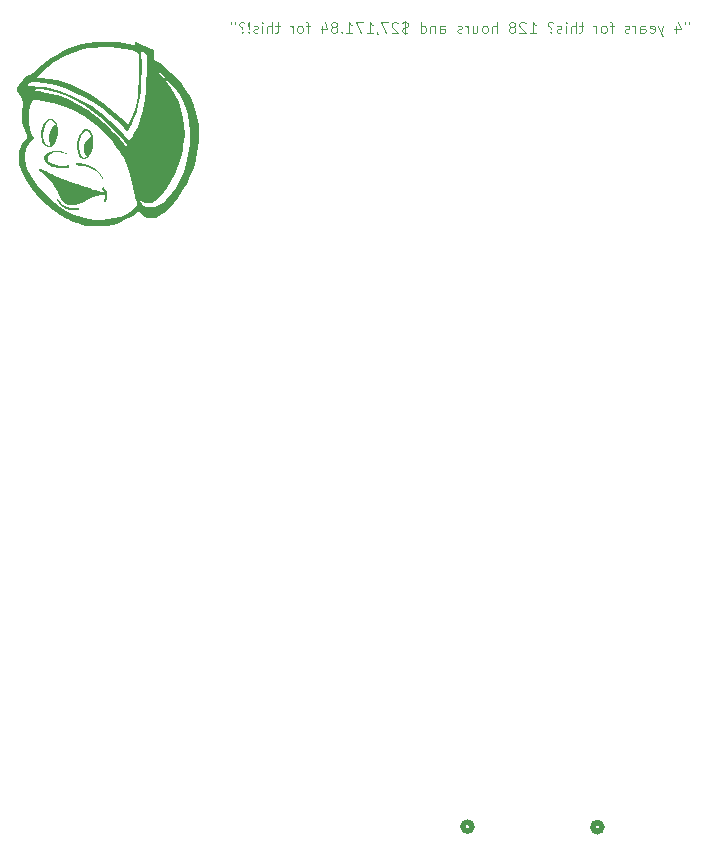
<source format=gbr>
%TF.GenerationSoftware,KiCad,Pcbnew,8.0.3*%
%TF.CreationDate,2024-10-11T11:20:33-04:00*%
%TF.ProjectId,G7 Senior Design V2,47372053-656e-4696-9f72-204465736967,rev?*%
%TF.SameCoordinates,Original*%
%TF.FileFunction,Legend,Bot*%
%TF.FilePolarity,Positive*%
%FSLAX46Y46*%
G04 Gerber Fmt 4.6, Leading zero omitted, Abs format (unit mm)*
G04 Created by KiCad (PCBNEW 8.0.3) date 2024-10-11 11:20:33*
%MOMM*%
%LPD*%
G01*
G04 APERTURE LIST*
%ADD10C,0.100000*%
%ADD11C,0.508000*%
%ADD12C,0.000000*%
%ADD13C,1.574800*%
%ADD14C,1.300000*%
%ADD15O,3.204000X1.704000*%
%ADD16O,3.404000X1.804000*%
%ADD17C,3.580000*%
G04 APERTURE END LIST*
D10*
X198762782Y-51484657D02*
X198762782Y-51656085D01*
X198419925Y-51484657D02*
X198419925Y-51656085D01*
X197648497Y-51784657D02*
X197648497Y-52384657D01*
X197862782Y-51441800D02*
X198077068Y-52084657D01*
X198077068Y-52084657D02*
X197519925Y-52084657D01*
X196577068Y-51784657D02*
X196362782Y-52384657D01*
X196148497Y-51784657D02*
X196362782Y-52384657D01*
X196362782Y-52384657D02*
X196448497Y-52598942D01*
X196448497Y-52598942D02*
X196491354Y-52641800D01*
X196491354Y-52641800D02*
X196577068Y-52684657D01*
X195462783Y-52341800D02*
X195548497Y-52384657D01*
X195548497Y-52384657D02*
X195719926Y-52384657D01*
X195719926Y-52384657D02*
X195805640Y-52341800D01*
X195805640Y-52341800D02*
X195848497Y-52256085D01*
X195848497Y-52256085D02*
X195848497Y-51913228D01*
X195848497Y-51913228D02*
X195805640Y-51827514D01*
X195805640Y-51827514D02*
X195719926Y-51784657D01*
X195719926Y-51784657D02*
X195548497Y-51784657D01*
X195548497Y-51784657D02*
X195462783Y-51827514D01*
X195462783Y-51827514D02*
X195419926Y-51913228D01*
X195419926Y-51913228D02*
X195419926Y-51998942D01*
X195419926Y-51998942D02*
X195848497Y-52084657D01*
X194648497Y-52384657D02*
X194648497Y-51913228D01*
X194648497Y-51913228D02*
X194691354Y-51827514D01*
X194691354Y-51827514D02*
X194777068Y-51784657D01*
X194777068Y-51784657D02*
X194948497Y-51784657D01*
X194948497Y-51784657D02*
X195034211Y-51827514D01*
X194648497Y-52341800D02*
X194734211Y-52384657D01*
X194734211Y-52384657D02*
X194948497Y-52384657D01*
X194948497Y-52384657D02*
X195034211Y-52341800D01*
X195034211Y-52341800D02*
X195077068Y-52256085D01*
X195077068Y-52256085D02*
X195077068Y-52170371D01*
X195077068Y-52170371D02*
X195034211Y-52084657D01*
X195034211Y-52084657D02*
X194948497Y-52041800D01*
X194948497Y-52041800D02*
X194734211Y-52041800D01*
X194734211Y-52041800D02*
X194648497Y-51998942D01*
X194219925Y-52384657D02*
X194219925Y-51784657D01*
X194219925Y-51956085D02*
X194177068Y-51870371D01*
X194177068Y-51870371D02*
X194134211Y-51827514D01*
X194134211Y-51827514D02*
X194048496Y-51784657D01*
X194048496Y-51784657D02*
X193962782Y-51784657D01*
X193705639Y-52341800D02*
X193619925Y-52384657D01*
X193619925Y-52384657D02*
X193448496Y-52384657D01*
X193448496Y-52384657D02*
X193362782Y-52341800D01*
X193362782Y-52341800D02*
X193319925Y-52256085D01*
X193319925Y-52256085D02*
X193319925Y-52213228D01*
X193319925Y-52213228D02*
X193362782Y-52127514D01*
X193362782Y-52127514D02*
X193448496Y-52084657D01*
X193448496Y-52084657D02*
X193577068Y-52084657D01*
X193577068Y-52084657D02*
X193662782Y-52041800D01*
X193662782Y-52041800D02*
X193705639Y-51956085D01*
X193705639Y-51956085D02*
X193705639Y-51913228D01*
X193705639Y-51913228D02*
X193662782Y-51827514D01*
X193662782Y-51827514D02*
X193577068Y-51784657D01*
X193577068Y-51784657D02*
X193448496Y-51784657D01*
X193448496Y-51784657D02*
X193362782Y-51827514D01*
X192377068Y-51784657D02*
X192034211Y-51784657D01*
X192248497Y-52384657D02*
X192248497Y-51613228D01*
X192248497Y-51613228D02*
X192205640Y-51527514D01*
X192205640Y-51527514D02*
X192119925Y-51484657D01*
X192119925Y-51484657D02*
X192034211Y-51484657D01*
X191605639Y-52384657D02*
X191691354Y-52341800D01*
X191691354Y-52341800D02*
X191734211Y-52298942D01*
X191734211Y-52298942D02*
X191777068Y-52213228D01*
X191777068Y-52213228D02*
X191777068Y-51956085D01*
X191777068Y-51956085D02*
X191734211Y-51870371D01*
X191734211Y-51870371D02*
X191691354Y-51827514D01*
X191691354Y-51827514D02*
X191605639Y-51784657D01*
X191605639Y-51784657D02*
X191477068Y-51784657D01*
X191477068Y-51784657D02*
X191391354Y-51827514D01*
X191391354Y-51827514D02*
X191348497Y-51870371D01*
X191348497Y-51870371D02*
X191305639Y-51956085D01*
X191305639Y-51956085D02*
X191305639Y-52213228D01*
X191305639Y-52213228D02*
X191348497Y-52298942D01*
X191348497Y-52298942D02*
X191391354Y-52341800D01*
X191391354Y-52341800D02*
X191477068Y-52384657D01*
X191477068Y-52384657D02*
X191605639Y-52384657D01*
X190919925Y-52384657D02*
X190919925Y-51784657D01*
X190919925Y-51956085D02*
X190877068Y-51870371D01*
X190877068Y-51870371D02*
X190834211Y-51827514D01*
X190834211Y-51827514D02*
X190748496Y-51784657D01*
X190748496Y-51784657D02*
X190662782Y-51784657D01*
X189805639Y-51784657D02*
X189462782Y-51784657D01*
X189677068Y-51484657D02*
X189677068Y-52256085D01*
X189677068Y-52256085D02*
X189634211Y-52341800D01*
X189634211Y-52341800D02*
X189548496Y-52384657D01*
X189548496Y-52384657D02*
X189462782Y-52384657D01*
X189162782Y-52384657D02*
X189162782Y-51484657D01*
X188777068Y-52384657D02*
X188777068Y-51913228D01*
X188777068Y-51913228D02*
X188819925Y-51827514D01*
X188819925Y-51827514D02*
X188905639Y-51784657D01*
X188905639Y-51784657D02*
X189034210Y-51784657D01*
X189034210Y-51784657D02*
X189119925Y-51827514D01*
X189119925Y-51827514D02*
X189162782Y-51870371D01*
X188348496Y-52384657D02*
X188348496Y-51784657D01*
X188348496Y-51484657D02*
X188391353Y-51527514D01*
X188391353Y-51527514D02*
X188348496Y-51570371D01*
X188348496Y-51570371D02*
X188305639Y-51527514D01*
X188305639Y-51527514D02*
X188348496Y-51484657D01*
X188348496Y-51484657D02*
X188348496Y-51570371D01*
X187962782Y-52341800D02*
X187877068Y-52384657D01*
X187877068Y-52384657D02*
X187705639Y-52384657D01*
X187705639Y-52384657D02*
X187619925Y-52341800D01*
X187619925Y-52341800D02*
X187577068Y-52256085D01*
X187577068Y-52256085D02*
X187577068Y-52213228D01*
X187577068Y-52213228D02*
X187619925Y-52127514D01*
X187619925Y-52127514D02*
X187705639Y-52084657D01*
X187705639Y-52084657D02*
X187834211Y-52084657D01*
X187834211Y-52084657D02*
X187919925Y-52041800D01*
X187919925Y-52041800D02*
X187962782Y-51956085D01*
X187962782Y-51956085D02*
X187962782Y-51913228D01*
X187962782Y-51913228D02*
X187919925Y-51827514D01*
X187919925Y-51827514D02*
X187834211Y-51784657D01*
X187834211Y-51784657D02*
X187705639Y-51784657D01*
X187705639Y-51784657D02*
X187619925Y-51827514D01*
X187062782Y-52298942D02*
X187019925Y-52341800D01*
X187019925Y-52341800D02*
X187062782Y-52384657D01*
X187062782Y-52384657D02*
X187105640Y-52341800D01*
X187105640Y-52341800D02*
X187062782Y-52298942D01*
X187062782Y-52298942D02*
X187062782Y-52384657D01*
X187234211Y-51527514D02*
X187148497Y-51484657D01*
X187148497Y-51484657D02*
X186934211Y-51484657D01*
X186934211Y-51484657D02*
X186848497Y-51527514D01*
X186848497Y-51527514D02*
X186805640Y-51613228D01*
X186805640Y-51613228D02*
X186805640Y-51698942D01*
X186805640Y-51698942D02*
X186848497Y-51784657D01*
X186848497Y-51784657D02*
X186891354Y-51827514D01*
X186891354Y-51827514D02*
X186977068Y-51870371D01*
X186977068Y-51870371D02*
X187019925Y-51913228D01*
X187019925Y-51913228D02*
X187062782Y-51998942D01*
X187062782Y-51998942D02*
X187062782Y-52041800D01*
X185262782Y-52384657D02*
X185777068Y-52384657D01*
X185519925Y-52384657D02*
X185519925Y-51484657D01*
X185519925Y-51484657D02*
X185605639Y-51613228D01*
X185605639Y-51613228D02*
X185691354Y-51698942D01*
X185691354Y-51698942D02*
X185777068Y-51741800D01*
X184919925Y-51570371D02*
X184877068Y-51527514D01*
X184877068Y-51527514D02*
X184791354Y-51484657D01*
X184791354Y-51484657D02*
X184577068Y-51484657D01*
X184577068Y-51484657D02*
X184491354Y-51527514D01*
X184491354Y-51527514D02*
X184448496Y-51570371D01*
X184448496Y-51570371D02*
X184405639Y-51656085D01*
X184405639Y-51656085D02*
X184405639Y-51741800D01*
X184405639Y-51741800D02*
X184448496Y-51870371D01*
X184448496Y-51870371D02*
X184962782Y-52384657D01*
X184962782Y-52384657D02*
X184405639Y-52384657D01*
X183891353Y-51870371D02*
X183977068Y-51827514D01*
X183977068Y-51827514D02*
X184019925Y-51784657D01*
X184019925Y-51784657D02*
X184062782Y-51698942D01*
X184062782Y-51698942D02*
X184062782Y-51656085D01*
X184062782Y-51656085D02*
X184019925Y-51570371D01*
X184019925Y-51570371D02*
X183977068Y-51527514D01*
X183977068Y-51527514D02*
X183891353Y-51484657D01*
X183891353Y-51484657D02*
X183719925Y-51484657D01*
X183719925Y-51484657D02*
X183634211Y-51527514D01*
X183634211Y-51527514D02*
X183591353Y-51570371D01*
X183591353Y-51570371D02*
X183548496Y-51656085D01*
X183548496Y-51656085D02*
X183548496Y-51698942D01*
X183548496Y-51698942D02*
X183591353Y-51784657D01*
X183591353Y-51784657D02*
X183634211Y-51827514D01*
X183634211Y-51827514D02*
X183719925Y-51870371D01*
X183719925Y-51870371D02*
X183891353Y-51870371D01*
X183891353Y-51870371D02*
X183977068Y-51913228D01*
X183977068Y-51913228D02*
X184019925Y-51956085D01*
X184019925Y-51956085D02*
X184062782Y-52041800D01*
X184062782Y-52041800D02*
X184062782Y-52213228D01*
X184062782Y-52213228D02*
X184019925Y-52298942D01*
X184019925Y-52298942D02*
X183977068Y-52341800D01*
X183977068Y-52341800D02*
X183891353Y-52384657D01*
X183891353Y-52384657D02*
X183719925Y-52384657D01*
X183719925Y-52384657D02*
X183634211Y-52341800D01*
X183634211Y-52341800D02*
X183591353Y-52298942D01*
X183591353Y-52298942D02*
X183548496Y-52213228D01*
X183548496Y-52213228D02*
X183548496Y-52041800D01*
X183548496Y-52041800D02*
X183591353Y-51956085D01*
X183591353Y-51956085D02*
X183634211Y-51913228D01*
X183634211Y-51913228D02*
X183719925Y-51870371D01*
X182477068Y-52384657D02*
X182477068Y-51484657D01*
X182091354Y-52384657D02*
X182091354Y-51913228D01*
X182091354Y-51913228D02*
X182134211Y-51827514D01*
X182134211Y-51827514D02*
X182219925Y-51784657D01*
X182219925Y-51784657D02*
X182348496Y-51784657D01*
X182348496Y-51784657D02*
X182434211Y-51827514D01*
X182434211Y-51827514D02*
X182477068Y-51870371D01*
X181534210Y-52384657D02*
X181619925Y-52341800D01*
X181619925Y-52341800D02*
X181662782Y-52298942D01*
X181662782Y-52298942D02*
X181705639Y-52213228D01*
X181705639Y-52213228D02*
X181705639Y-51956085D01*
X181705639Y-51956085D02*
X181662782Y-51870371D01*
X181662782Y-51870371D02*
X181619925Y-51827514D01*
X181619925Y-51827514D02*
X181534210Y-51784657D01*
X181534210Y-51784657D02*
X181405639Y-51784657D01*
X181405639Y-51784657D02*
X181319925Y-51827514D01*
X181319925Y-51827514D02*
X181277068Y-51870371D01*
X181277068Y-51870371D02*
X181234210Y-51956085D01*
X181234210Y-51956085D02*
X181234210Y-52213228D01*
X181234210Y-52213228D02*
X181277068Y-52298942D01*
X181277068Y-52298942D02*
X181319925Y-52341800D01*
X181319925Y-52341800D02*
X181405639Y-52384657D01*
X181405639Y-52384657D02*
X181534210Y-52384657D01*
X180462782Y-51784657D02*
X180462782Y-52384657D01*
X180848496Y-51784657D02*
X180848496Y-52256085D01*
X180848496Y-52256085D02*
X180805639Y-52341800D01*
X180805639Y-52341800D02*
X180719924Y-52384657D01*
X180719924Y-52384657D02*
X180591353Y-52384657D01*
X180591353Y-52384657D02*
X180505639Y-52341800D01*
X180505639Y-52341800D02*
X180462782Y-52298942D01*
X180034210Y-52384657D02*
X180034210Y-51784657D01*
X180034210Y-51956085D02*
X179991353Y-51870371D01*
X179991353Y-51870371D02*
X179948496Y-51827514D01*
X179948496Y-51827514D02*
X179862781Y-51784657D01*
X179862781Y-51784657D02*
X179777067Y-51784657D01*
X179519924Y-52341800D02*
X179434210Y-52384657D01*
X179434210Y-52384657D02*
X179262781Y-52384657D01*
X179262781Y-52384657D02*
X179177067Y-52341800D01*
X179177067Y-52341800D02*
X179134210Y-52256085D01*
X179134210Y-52256085D02*
X179134210Y-52213228D01*
X179134210Y-52213228D02*
X179177067Y-52127514D01*
X179177067Y-52127514D02*
X179262781Y-52084657D01*
X179262781Y-52084657D02*
X179391353Y-52084657D01*
X179391353Y-52084657D02*
X179477067Y-52041800D01*
X179477067Y-52041800D02*
X179519924Y-51956085D01*
X179519924Y-51956085D02*
X179519924Y-51913228D01*
X179519924Y-51913228D02*
X179477067Y-51827514D01*
X179477067Y-51827514D02*
X179391353Y-51784657D01*
X179391353Y-51784657D02*
X179262781Y-51784657D01*
X179262781Y-51784657D02*
X179177067Y-51827514D01*
X177677068Y-52384657D02*
X177677068Y-51913228D01*
X177677068Y-51913228D02*
X177719925Y-51827514D01*
X177719925Y-51827514D02*
X177805639Y-51784657D01*
X177805639Y-51784657D02*
X177977068Y-51784657D01*
X177977068Y-51784657D02*
X178062782Y-51827514D01*
X177677068Y-52341800D02*
X177762782Y-52384657D01*
X177762782Y-52384657D02*
X177977068Y-52384657D01*
X177977068Y-52384657D02*
X178062782Y-52341800D01*
X178062782Y-52341800D02*
X178105639Y-52256085D01*
X178105639Y-52256085D02*
X178105639Y-52170371D01*
X178105639Y-52170371D02*
X178062782Y-52084657D01*
X178062782Y-52084657D02*
X177977068Y-52041800D01*
X177977068Y-52041800D02*
X177762782Y-52041800D01*
X177762782Y-52041800D02*
X177677068Y-51998942D01*
X177248496Y-51784657D02*
X177248496Y-52384657D01*
X177248496Y-51870371D02*
X177205639Y-51827514D01*
X177205639Y-51827514D02*
X177119924Y-51784657D01*
X177119924Y-51784657D02*
X176991353Y-51784657D01*
X176991353Y-51784657D02*
X176905639Y-51827514D01*
X176905639Y-51827514D02*
X176862782Y-51913228D01*
X176862782Y-51913228D02*
X176862782Y-52384657D01*
X176048496Y-52384657D02*
X176048496Y-51484657D01*
X176048496Y-52341800D02*
X176134210Y-52384657D01*
X176134210Y-52384657D02*
X176305638Y-52384657D01*
X176305638Y-52384657D02*
X176391353Y-52341800D01*
X176391353Y-52341800D02*
X176434210Y-52298942D01*
X176434210Y-52298942D02*
X176477067Y-52213228D01*
X176477067Y-52213228D02*
X176477067Y-51956085D01*
X176477067Y-51956085D02*
X176434210Y-51870371D01*
X176434210Y-51870371D02*
X176391353Y-51827514D01*
X176391353Y-51827514D02*
X176305638Y-51784657D01*
X176305638Y-51784657D02*
X176134210Y-51784657D01*
X176134210Y-51784657D02*
X176048496Y-51827514D01*
X174977067Y-52341800D02*
X174848496Y-52384657D01*
X174848496Y-52384657D02*
X174634210Y-52384657D01*
X174634210Y-52384657D02*
X174548496Y-52341800D01*
X174548496Y-52341800D02*
X174505638Y-52298942D01*
X174505638Y-52298942D02*
X174462781Y-52213228D01*
X174462781Y-52213228D02*
X174462781Y-52127514D01*
X174462781Y-52127514D02*
X174505638Y-52041800D01*
X174505638Y-52041800D02*
X174548496Y-51998942D01*
X174548496Y-51998942D02*
X174634210Y-51956085D01*
X174634210Y-51956085D02*
X174805638Y-51913228D01*
X174805638Y-51913228D02*
X174891353Y-51870371D01*
X174891353Y-51870371D02*
X174934210Y-51827514D01*
X174934210Y-51827514D02*
X174977067Y-51741800D01*
X174977067Y-51741800D02*
X174977067Y-51656085D01*
X174977067Y-51656085D02*
X174934210Y-51570371D01*
X174934210Y-51570371D02*
X174891353Y-51527514D01*
X174891353Y-51527514D02*
X174805638Y-51484657D01*
X174805638Y-51484657D02*
X174591353Y-51484657D01*
X174591353Y-51484657D02*
X174462781Y-51527514D01*
X174719924Y-51356085D02*
X174719924Y-52513228D01*
X174119924Y-51570371D02*
X174077067Y-51527514D01*
X174077067Y-51527514D02*
X173991353Y-51484657D01*
X173991353Y-51484657D02*
X173777067Y-51484657D01*
X173777067Y-51484657D02*
X173691353Y-51527514D01*
X173691353Y-51527514D02*
X173648495Y-51570371D01*
X173648495Y-51570371D02*
X173605638Y-51656085D01*
X173605638Y-51656085D02*
X173605638Y-51741800D01*
X173605638Y-51741800D02*
X173648495Y-51870371D01*
X173648495Y-51870371D02*
X174162781Y-52384657D01*
X174162781Y-52384657D02*
X173605638Y-52384657D01*
X173305638Y-51484657D02*
X172705638Y-51484657D01*
X172705638Y-51484657D02*
X173091352Y-52384657D01*
X172319924Y-52341800D02*
X172319924Y-52384657D01*
X172319924Y-52384657D02*
X172362781Y-52470371D01*
X172362781Y-52470371D02*
X172405638Y-52513228D01*
X171462781Y-52384657D02*
X171977067Y-52384657D01*
X171719924Y-52384657D02*
X171719924Y-51484657D01*
X171719924Y-51484657D02*
X171805638Y-51613228D01*
X171805638Y-51613228D02*
X171891353Y-51698942D01*
X171891353Y-51698942D02*
X171977067Y-51741800D01*
X171162781Y-51484657D02*
X170562781Y-51484657D01*
X170562781Y-51484657D02*
X170948495Y-52384657D01*
X169748495Y-52384657D02*
X170262781Y-52384657D01*
X170005638Y-52384657D02*
X170005638Y-51484657D01*
X170005638Y-51484657D02*
X170091352Y-51613228D01*
X170091352Y-51613228D02*
X170177067Y-51698942D01*
X170177067Y-51698942D02*
X170262781Y-51741800D01*
X169362781Y-52298942D02*
X169319924Y-52341800D01*
X169319924Y-52341800D02*
X169362781Y-52384657D01*
X169362781Y-52384657D02*
X169405638Y-52341800D01*
X169405638Y-52341800D02*
X169362781Y-52298942D01*
X169362781Y-52298942D02*
X169362781Y-52384657D01*
X168805638Y-51870371D02*
X168891353Y-51827514D01*
X168891353Y-51827514D02*
X168934210Y-51784657D01*
X168934210Y-51784657D02*
X168977067Y-51698942D01*
X168977067Y-51698942D02*
X168977067Y-51656085D01*
X168977067Y-51656085D02*
X168934210Y-51570371D01*
X168934210Y-51570371D02*
X168891353Y-51527514D01*
X168891353Y-51527514D02*
X168805638Y-51484657D01*
X168805638Y-51484657D02*
X168634210Y-51484657D01*
X168634210Y-51484657D02*
X168548496Y-51527514D01*
X168548496Y-51527514D02*
X168505638Y-51570371D01*
X168505638Y-51570371D02*
X168462781Y-51656085D01*
X168462781Y-51656085D02*
X168462781Y-51698942D01*
X168462781Y-51698942D02*
X168505638Y-51784657D01*
X168505638Y-51784657D02*
X168548496Y-51827514D01*
X168548496Y-51827514D02*
X168634210Y-51870371D01*
X168634210Y-51870371D02*
X168805638Y-51870371D01*
X168805638Y-51870371D02*
X168891353Y-51913228D01*
X168891353Y-51913228D02*
X168934210Y-51956085D01*
X168934210Y-51956085D02*
X168977067Y-52041800D01*
X168977067Y-52041800D02*
X168977067Y-52213228D01*
X168977067Y-52213228D02*
X168934210Y-52298942D01*
X168934210Y-52298942D02*
X168891353Y-52341800D01*
X168891353Y-52341800D02*
X168805638Y-52384657D01*
X168805638Y-52384657D02*
X168634210Y-52384657D01*
X168634210Y-52384657D02*
X168548496Y-52341800D01*
X168548496Y-52341800D02*
X168505638Y-52298942D01*
X168505638Y-52298942D02*
X168462781Y-52213228D01*
X168462781Y-52213228D02*
X168462781Y-52041800D01*
X168462781Y-52041800D02*
X168505638Y-51956085D01*
X168505638Y-51956085D02*
X168548496Y-51913228D01*
X168548496Y-51913228D02*
X168634210Y-51870371D01*
X167691353Y-51784657D02*
X167691353Y-52384657D01*
X167905638Y-51441800D02*
X168119924Y-52084657D01*
X168119924Y-52084657D02*
X167562781Y-52084657D01*
X166662781Y-51784657D02*
X166319924Y-51784657D01*
X166534210Y-52384657D02*
X166534210Y-51613228D01*
X166534210Y-51613228D02*
X166491353Y-51527514D01*
X166491353Y-51527514D02*
X166405638Y-51484657D01*
X166405638Y-51484657D02*
X166319924Y-51484657D01*
X165891352Y-52384657D02*
X165977067Y-52341800D01*
X165977067Y-52341800D02*
X166019924Y-52298942D01*
X166019924Y-52298942D02*
X166062781Y-52213228D01*
X166062781Y-52213228D02*
X166062781Y-51956085D01*
X166062781Y-51956085D02*
X166019924Y-51870371D01*
X166019924Y-51870371D02*
X165977067Y-51827514D01*
X165977067Y-51827514D02*
X165891352Y-51784657D01*
X165891352Y-51784657D02*
X165762781Y-51784657D01*
X165762781Y-51784657D02*
X165677067Y-51827514D01*
X165677067Y-51827514D02*
X165634210Y-51870371D01*
X165634210Y-51870371D02*
X165591352Y-51956085D01*
X165591352Y-51956085D02*
X165591352Y-52213228D01*
X165591352Y-52213228D02*
X165634210Y-52298942D01*
X165634210Y-52298942D02*
X165677067Y-52341800D01*
X165677067Y-52341800D02*
X165762781Y-52384657D01*
X165762781Y-52384657D02*
X165891352Y-52384657D01*
X165205638Y-52384657D02*
X165205638Y-51784657D01*
X165205638Y-51956085D02*
X165162781Y-51870371D01*
X165162781Y-51870371D02*
X165119924Y-51827514D01*
X165119924Y-51827514D02*
X165034209Y-51784657D01*
X165034209Y-51784657D02*
X164948495Y-51784657D01*
X164091352Y-51784657D02*
X163748495Y-51784657D01*
X163962781Y-51484657D02*
X163962781Y-52256085D01*
X163962781Y-52256085D02*
X163919924Y-52341800D01*
X163919924Y-52341800D02*
X163834209Y-52384657D01*
X163834209Y-52384657D02*
X163748495Y-52384657D01*
X163448495Y-52384657D02*
X163448495Y-51484657D01*
X163062781Y-52384657D02*
X163062781Y-51913228D01*
X163062781Y-51913228D02*
X163105638Y-51827514D01*
X163105638Y-51827514D02*
X163191352Y-51784657D01*
X163191352Y-51784657D02*
X163319923Y-51784657D01*
X163319923Y-51784657D02*
X163405638Y-51827514D01*
X163405638Y-51827514D02*
X163448495Y-51870371D01*
X162634209Y-52384657D02*
X162634209Y-51784657D01*
X162634209Y-51484657D02*
X162677066Y-51527514D01*
X162677066Y-51527514D02*
X162634209Y-51570371D01*
X162634209Y-51570371D02*
X162591352Y-51527514D01*
X162591352Y-51527514D02*
X162634209Y-51484657D01*
X162634209Y-51484657D02*
X162634209Y-51570371D01*
X162248495Y-52341800D02*
X162162781Y-52384657D01*
X162162781Y-52384657D02*
X161991352Y-52384657D01*
X161991352Y-52384657D02*
X161905638Y-52341800D01*
X161905638Y-52341800D02*
X161862781Y-52256085D01*
X161862781Y-52256085D02*
X161862781Y-52213228D01*
X161862781Y-52213228D02*
X161905638Y-52127514D01*
X161905638Y-52127514D02*
X161991352Y-52084657D01*
X161991352Y-52084657D02*
X162119924Y-52084657D01*
X162119924Y-52084657D02*
X162205638Y-52041800D01*
X162205638Y-52041800D02*
X162248495Y-51956085D01*
X162248495Y-51956085D02*
X162248495Y-51913228D01*
X162248495Y-51913228D02*
X162205638Y-51827514D01*
X162205638Y-51827514D02*
X162119924Y-51784657D01*
X162119924Y-51784657D02*
X161991352Y-51784657D01*
X161991352Y-51784657D02*
X161905638Y-51827514D01*
X161477067Y-52298942D02*
X161434210Y-52341800D01*
X161434210Y-52341800D02*
X161477067Y-52384657D01*
X161477067Y-52384657D02*
X161519924Y-52341800D01*
X161519924Y-52341800D02*
X161477067Y-52298942D01*
X161477067Y-52298942D02*
X161477067Y-52384657D01*
X161477067Y-52041800D02*
X161519924Y-51527514D01*
X161519924Y-51527514D02*
X161477067Y-51484657D01*
X161477067Y-51484657D02*
X161434210Y-51527514D01*
X161434210Y-51527514D02*
X161477067Y-52041800D01*
X161477067Y-52041800D02*
X161477067Y-51484657D01*
X160919924Y-52298942D02*
X160877067Y-52341800D01*
X160877067Y-52341800D02*
X160919924Y-52384657D01*
X160919924Y-52384657D02*
X160962782Y-52341800D01*
X160962782Y-52341800D02*
X160919924Y-52298942D01*
X160919924Y-52298942D02*
X160919924Y-52384657D01*
X161091353Y-51527514D02*
X161005639Y-51484657D01*
X161005639Y-51484657D02*
X160791353Y-51484657D01*
X160791353Y-51484657D02*
X160705639Y-51527514D01*
X160705639Y-51527514D02*
X160662782Y-51613228D01*
X160662782Y-51613228D02*
X160662782Y-51698942D01*
X160662782Y-51698942D02*
X160705639Y-51784657D01*
X160705639Y-51784657D02*
X160748496Y-51827514D01*
X160748496Y-51827514D02*
X160834210Y-51870371D01*
X160834210Y-51870371D02*
X160877067Y-51913228D01*
X160877067Y-51913228D02*
X160919924Y-51998942D01*
X160919924Y-51998942D02*
X160919924Y-52041800D01*
X160319924Y-51484657D02*
X160319924Y-51656085D01*
X159977067Y-51484657D02*
X159977067Y-51656085D01*
D11*
%TO.C,J3*%
X191381000Y-119646000D02*
G75*
G02*
X190619000Y-119646000I-381000J0D01*
G01*
X190619000Y-119646000D02*
G75*
G02*
X191381000Y-119646000I381000J0D01*
G01*
%TO.C,J4*%
X180381000Y-119606000D02*
G75*
G02*
X179619000Y-119606000I-381000J0D01*
G01*
X179619000Y-119606000D02*
G75*
G02*
X180381000Y-119606000I381000J0D01*
G01*
D12*
%TO.C,G\u002A\u002A\u002A*%
G36*
X147199443Y-63459000D02*
G01*
X147533893Y-63508473D01*
X147904108Y-63608403D01*
X148225547Y-63746814D01*
X148228734Y-63748536D01*
X148412904Y-63868221D01*
X148610392Y-64028902D01*
X148800340Y-64210650D01*
X148961889Y-64393536D01*
X149074180Y-64557632D01*
X149075139Y-64559391D01*
X149140206Y-64685885D01*
X149162797Y-64746345D01*
X149144867Y-64741290D01*
X149088373Y-64671239D01*
X148995271Y-64536710D01*
X148932444Y-64449485D01*
X148692083Y-64200816D01*
X148392525Y-63991355D01*
X148044549Y-63826549D01*
X147658932Y-63711846D01*
X147246451Y-63652695D01*
X147083668Y-63640294D01*
X146978164Y-63626916D01*
X146922082Y-63607622D01*
X146899850Y-63576936D01*
X146895899Y-63529379D01*
X146895899Y-63430600D01*
X147199443Y-63459000D01*
G37*
G36*
X145350980Y-66455859D02*
G01*
X145405295Y-66537852D01*
X145479955Y-66658301D01*
X145607071Y-66806312D01*
X145757521Y-66945977D01*
X145906936Y-67052306D01*
X146122277Y-67150862D01*
X146444093Y-67222764D01*
X146801545Y-67225889D01*
X146860624Y-67221037D01*
X146988769Y-67213482D01*
X147059605Y-67218433D01*
X147089848Y-67238820D01*
X147096215Y-67277577D01*
X147084630Y-67322623D01*
X147026104Y-67372426D01*
X147017034Y-67374357D01*
X146931654Y-67383297D01*
X146796171Y-67390448D01*
X146635489Y-67394410D01*
X146310408Y-67367861D01*
X146003286Y-67272292D01*
X145723792Y-67104716D01*
X145645560Y-67038056D01*
X145531606Y-66921111D01*
X145424025Y-66791920D01*
X145335627Y-66667447D01*
X145279218Y-66564654D01*
X145267606Y-66500506D01*
X145300841Y-66449768D01*
X145350980Y-66455859D01*
G37*
G36*
X145543779Y-62404500D02*
G01*
X145824212Y-62477397D01*
X145838452Y-62482571D01*
X145968063Y-62534236D01*
X146059815Y-62578901D01*
X146094637Y-62607397D01*
X146094691Y-62618636D01*
X146089313Y-62632401D01*
X146064438Y-62635320D01*
X146005443Y-62625521D01*
X145897702Y-62601132D01*
X145726592Y-62560280D01*
X145515526Y-62515094D01*
X145288665Y-62485914D01*
X145095642Y-62489320D01*
X144914656Y-62524346D01*
X144889717Y-62531866D01*
X144719202Y-62619432D01*
X144585042Y-62749910D01*
X144497191Y-62906366D01*
X144465602Y-63071864D01*
X144500229Y-63229469D01*
X144503891Y-63236749D01*
X144600854Y-63346575D01*
X144761418Y-63445385D01*
X144970367Y-63529746D01*
X145212486Y-63596228D01*
X145472558Y-63641398D01*
X145735367Y-63661824D01*
X145985696Y-63654075D01*
X146208330Y-63614718D01*
X146243862Y-63606214D01*
X146288086Y-63616149D01*
X146288456Y-63684158D01*
X146251416Y-63762615D01*
X146154732Y-63805010D01*
X146099858Y-63814266D01*
X145928136Y-63828882D01*
X145716008Y-63834194D01*
X145490799Y-63830423D01*
X145279833Y-63817791D01*
X145110434Y-63796521D01*
X145101943Y-63794935D01*
X144869508Y-63728983D01*
X144639193Y-63626009D01*
X144436965Y-63499693D01*
X144288794Y-63363714D01*
X144230487Y-63278299D01*
X144173845Y-63102729D01*
X144188377Y-62923680D01*
X144269931Y-62752349D01*
X144414354Y-62599929D01*
X144617492Y-62477618D01*
X144695525Y-62447099D01*
X144953954Y-62389356D01*
X145245200Y-62375154D01*
X145543779Y-62404500D01*
G37*
G36*
X145273690Y-60234451D02*
G01*
X145303320Y-60465115D01*
X145311281Y-60760000D01*
X145300872Y-61040021D01*
X145263933Y-61299637D01*
X145194626Y-61515285D01*
X145087072Y-61704568D01*
X144935387Y-61885090D01*
X144934634Y-61885870D01*
X144827829Y-61991124D01*
X144747300Y-62049531D01*
X144667021Y-62074641D01*
X144560968Y-62080000D01*
X144476464Y-62073151D01*
X144295160Y-62003549D01*
X144141446Y-61860753D01*
X144018228Y-61647082D01*
X143940852Y-61402569D01*
X143904460Y-61115988D01*
X143910360Y-60924498D01*
X144099493Y-60924498D01*
X144102773Y-61203286D01*
X144140509Y-61461718D01*
X144213529Y-61682916D01*
X144322659Y-61850000D01*
X144421902Y-61928006D01*
X144559704Y-61960000D01*
X144620016Y-61957868D01*
X144678951Y-61937131D01*
X144681080Y-61881273D01*
X144632581Y-61774572D01*
X144621308Y-61751108D01*
X144575884Y-61576877D01*
X144567408Y-61361722D01*
X144591440Y-61122888D01*
X144643541Y-60877618D01*
X144719271Y-60643156D01*
X144814192Y-60436747D01*
X144923863Y-60275634D01*
X145043845Y-60177062D01*
X145131546Y-60133407D01*
X145032031Y-59996703D01*
X144997986Y-59955137D01*
X144872488Y-59852883D01*
X144732430Y-59793534D01*
X144605107Y-59790288D01*
X144585025Y-59798318D01*
X144504491Y-59854908D01*
X144416156Y-59941370D01*
X144414402Y-59943372D01*
X144288125Y-60134792D01*
X144192996Y-60373372D01*
X144129843Y-60642234D01*
X144099493Y-60924498D01*
X143910360Y-60924498D01*
X143913575Y-60820130D01*
X143964555Y-60529281D01*
X144053756Y-60257725D01*
X144177537Y-60019749D01*
X144332255Y-59829637D01*
X144514267Y-59701675D01*
X144527590Y-59695563D01*
X144697347Y-59655744D01*
X144863337Y-59691935D01*
X145033341Y-59805694D01*
X145133326Y-59910528D01*
X145218366Y-60054194D01*
X145242678Y-60133407D01*
X145273690Y-60234451D01*
G37*
G36*
X148324634Y-61459407D02*
G01*
X148326643Y-61796957D01*
X148268282Y-62185590D01*
X148141679Y-62535042D01*
X148086163Y-62644719D01*
X147991672Y-62802149D01*
X147894693Y-62916964D01*
X147778389Y-63011230D01*
X147760604Y-63022880D01*
X147604987Y-63076219D01*
X147440933Y-63058353D01*
X147283129Y-62973581D01*
X147146262Y-62826202D01*
X147109284Y-62760885D01*
X147045149Y-62597170D01*
X146990089Y-62398082D01*
X146951443Y-62192253D01*
X146936555Y-62008313D01*
X146936662Y-62003081D01*
X147136278Y-62003081D01*
X147144057Y-62150656D01*
X147177812Y-62367846D01*
X147232294Y-62576151D01*
X147300926Y-62751869D01*
X147377135Y-62871297D01*
X147438519Y-62921270D01*
X147569276Y-62956765D01*
X147706984Y-62916904D01*
X147746777Y-62889275D01*
X147749206Y-62853578D01*
X147696680Y-62790269D01*
X147604027Y-62645025D01*
X147548186Y-62442848D01*
X147536338Y-62212333D01*
X147564909Y-61970976D01*
X147630326Y-61736272D01*
X147729013Y-61525715D01*
X147857399Y-61356802D01*
X148011910Y-61247027D01*
X148165400Y-61178415D01*
X148111412Y-61019207D01*
X148067809Y-60922754D01*
X147982539Y-60801984D01*
X147885728Y-60714019D01*
X147796970Y-60680000D01*
X147786074Y-60680246D01*
X147648199Y-60724122D01*
X147515751Y-60835567D01*
X147394483Y-61003060D01*
X147290148Y-61215080D01*
X147208500Y-61460104D01*
X147155292Y-61726612D01*
X147136278Y-62003081D01*
X146936662Y-62003081D01*
X146937645Y-61955134D01*
X146964394Y-61714209D01*
X147020579Y-61449347D01*
X147097708Y-61195162D01*
X147187291Y-60986267D01*
X147330434Y-60769667D01*
X147487241Y-60624441D01*
X147648813Y-60551191D01*
X147808119Y-60546992D01*
X147958131Y-60608919D01*
X148091818Y-60734049D01*
X148202151Y-60919456D01*
X148282099Y-61162217D01*
X148284417Y-61178415D01*
X148324634Y-61459407D01*
G37*
G36*
X143823891Y-63912536D02*
G01*
X143922285Y-63947313D01*
X144070333Y-64011498D01*
X144278805Y-64108739D01*
X144301251Y-64119366D01*
X144545153Y-64232508D01*
X144826525Y-64359769D01*
X145112301Y-64486334D01*
X145369413Y-64597387D01*
X145514716Y-64658921D01*
X145756708Y-64760422D01*
X145972475Y-64849102D01*
X146187337Y-64935172D01*
X146426610Y-65028842D01*
X146715615Y-65140325D01*
X146820605Y-65178029D01*
X146989798Y-65235549D01*
X147208586Y-65308123D01*
X147463402Y-65391389D01*
X147740680Y-65480987D01*
X148026855Y-65572553D01*
X148308359Y-65661728D01*
X148571629Y-65744149D01*
X148803096Y-65815456D01*
X148989196Y-65871285D01*
X149118790Y-65906368D01*
X149220137Y-65920115D01*
X149256976Y-65894598D01*
X149234891Y-65824325D01*
X149159464Y-65703805D01*
X149154367Y-65696309D01*
X149089615Y-65598471D01*
X149066718Y-65544427D01*
X149083603Y-65512412D01*
X149138195Y-65480661D01*
X149173152Y-65466512D01*
X149216931Y-65475636D01*
X149266062Y-65531182D01*
X149335651Y-65645782D01*
X149339320Y-65652238D01*
X149448994Y-65913794D01*
X149488381Y-66192546D01*
X149459488Y-66502377D01*
X149458894Y-66505516D01*
X149429975Y-66643297D01*
X149402400Y-66719885D01*
X149365976Y-66752909D01*
X149310507Y-66760000D01*
X149275868Y-66758809D01*
X149229185Y-66736819D01*
X149236386Y-66670000D01*
X149246488Y-66627983D01*
X149267734Y-66509175D01*
X149286727Y-66370000D01*
X149310895Y-66160000D01*
X149031865Y-66160000D01*
X148918938Y-66165069D01*
X148614961Y-66217779D01*
X148284892Y-66322534D01*
X147946869Y-66472885D01*
X147619031Y-66662381D01*
X147544099Y-66707014D01*
X147323063Y-66809440D01*
X147069187Y-66896422D01*
X146815773Y-66955795D01*
X146591175Y-66979370D01*
X146295034Y-66954473D01*
X146034749Y-66858685D01*
X145809161Y-66691310D01*
X145617112Y-66451652D01*
X145457445Y-66139014D01*
X145349347Y-65890330D01*
X145203277Y-65603879D01*
X145036614Y-65337004D01*
X144829762Y-65055889D01*
X144558624Y-64736995D01*
X144268152Y-64457939D01*
X143929262Y-64191074D01*
X143815206Y-64107760D01*
X143736645Y-64044656D01*
X143703052Y-64002154D01*
X143703873Y-63966127D01*
X143728551Y-63922448D01*
X143732974Y-63916622D01*
X143764377Y-63903521D01*
X143823891Y-63912536D01*
G37*
G36*
X153836830Y-54883069D02*
G01*
X153965454Y-54970168D01*
X154222584Y-55153709D01*
X154457547Y-55337725D01*
X154688529Y-55537612D01*
X154933714Y-55768763D01*
X155211287Y-56046571D01*
X155631836Y-56509587D01*
X156102468Y-57129651D01*
X156502121Y-57786002D01*
X156831701Y-58480000D01*
X156884643Y-58622247D01*
X156964395Y-58880874D01*
X157044488Y-59185713D01*
X157120494Y-59517066D01*
X157187988Y-59855234D01*
X157242539Y-60180521D01*
X157279723Y-60473229D01*
X157287111Y-60555768D01*
X157302260Y-61011683D01*
X157300660Y-61050931D01*
X157281788Y-61513710D01*
X157228186Y-62041801D01*
X157143944Y-62575908D01*
X157031555Y-63095983D01*
X156893507Y-63581978D01*
X156810587Y-63828852D01*
X156536911Y-64537201D01*
X156225963Y-65190168D01*
X155870103Y-65802733D01*
X155461693Y-66389878D01*
X155117968Y-66824991D01*
X154775312Y-67213863D01*
X154453360Y-67530903D01*
X154153250Y-67775090D01*
X153876122Y-67945399D01*
X153623114Y-68040810D01*
X153457070Y-68066163D01*
X153251545Y-68073592D01*
X153042788Y-68062444D01*
X152858175Y-68034252D01*
X152725079Y-67990548D01*
X152723962Y-67989965D01*
X152633287Y-67930387D01*
X152511944Y-67835287D01*
X152385875Y-67724976D01*
X152333538Y-67676725D01*
X152238396Y-67594379D01*
X152176656Y-67556539D01*
X152131322Y-67555123D01*
X152085402Y-67582046D01*
X151662817Y-67873149D01*
X151097918Y-68199378D01*
X150526093Y-68461323D01*
X149956886Y-68654743D01*
X149399842Y-68775395D01*
X149358131Y-68778976D01*
X149236375Y-68782730D01*
X149061476Y-68783981D01*
X148850025Y-68782659D01*
X148618612Y-68778694D01*
X148182830Y-68758867D01*
X147760967Y-68713837D01*
X147375565Y-68641332D01*
X147005342Y-68538180D01*
X146923102Y-68509444D01*
X146707866Y-68422273D01*
X146454368Y-68307870D01*
X146182969Y-68176272D01*
X145914026Y-68037519D01*
X145667898Y-67901646D01*
X145464945Y-67778693D01*
X145392212Y-67730990D01*
X144885659Y-67367313D01*
X144398679Y-66964097D01*
X143938224Y-66529742D01*
X143511244Y-66072647D01*
X143124693Y-65601208D01*
X142785522Y-65123826D01*
X142500684Y-64648898D01*
X142277130Y-64184823D01*
X142121812Y-63740000D01*
X142073506Y-63516840D01*
X142038574Y-63230012D01*
X142032866Y-63096306D01*
X142532994Y-63096306D01*
X142595058Y-63497273D01*
X142726286Y-63909499D01*
X142927805Y-64335364D01*
X143200742Y-64777252D01*
X143546226Y-65237545D01*
X143965384Y-65718625D01*
X144459343Y-66222875D01*
X144702329Y-66456088D01*
X144917878Y-66654883D01*
X145111988Y-66822670D01*
X145301589Y-66973482D01*
X145503610Y-67121353D01*
X145734980Y-67280315D01*
X145994171Y-67446268D01*
X146514823Y-67727342D01*
X147046197Y-67942208D01*
X147606687Y-68098912D01*
X147968129Y-68165119D01*
X148502787Y-68217072D01*
X149052108Y-68222289D01*
X149595547Y-68181683D01*
X150112561Y-68096167D01*
X150582604Y-67966653D01*
X150844943Y-67863610D01*
X151150784Y-67711923D01*
X151434004Y-67538604D01*
X151680671Y-67353245D01*
X151876851Y-67165441D01*
X152008612Y-66984785D01*
X152046177Y-66901325D01*
X152047087Y-66827696D01*
X152010325Y-66724785D01*
X151916342Y-66473560D01*
X151890435Y-66384156D01*
X152134773Y-66384156D01*
X152236514Y-66584616D01*
X152314720Y-66714849D01*
X152409835Y-66827696D01*
X152466520Y-66894949D01*
X152639216Y-67035331D01*
X152812385Y-67117115D01*
X152997245Y-67149660D01*
X153239627Y-67156165D01*
X153479586Y-67131327D01*
X153680801Y-67076830D01*
X153920176Y-66953931D01*
X154193253Y-66763900D01*
X154476010Y-66522689D01*
X154756483Y-66241442D01*
X155022708Y-65931301D01*
X155262721Y-65603409D01*
X155307850Y-65535090D01*
X155675416Y-64897890D01*
X155976193Y-64216539D01*
X156210162Y-63491101D01*
X156377305Y-62721644D01*
X156477604Y-61908232D01*
X156511041Y-61050931D01*
X156505314Y-60717379D01*
X156451828Y-60025665D01*
X156339987Y-59380568D01*
X156167177Y-58773867D01*
X155930789Y-58197337D01*
X155628210Y-57642756D01*
X155256828Y-57101899D01*
X155108666Y-56919069D01*
X154903127Y-56688901D01*
X154670118Y-56445803D01*
X154425077Y-56204908D01*
X154183445Y-55981348D01*
X153960660Y-55790255D01*
X153772161Y-55646761D01*
X153463029Y-55433522D01*
X153466900Y-55437395D01*
X153935997Y-55906761D01*
X154442421Y-56455998D01*
X154884333Y-57031571D01*
X155251718Y-57626360D01*
X155547186Y-58245855D01*
X155773347Y-58895545D01*
X155932812Y-59580921D01*
X156028189Y-60307473D01*
X156047817Y-60953087D01*
X156000966Y-61628369D01*
X155952898Y-61930295D01*
X155891195Y-62317865D01*
X155722380Y-63009776D01*
X155498396Y-63692301D01*
X155223118Y-64353642D01*
X154900421Y-64981999D01*
X154534180Y-65565572D01*
X154128271Y-66092562D01*
X154119665Y-66102567D01*
X153833788Y-66402739D01*
X153560834Y-66624566D01*
X153299464Y-66768407D01*
X153048336Y-66834620D01*
X152806112Y-66823565D01*
X152571452Y-66735602D01*
X152343015Y-66571088D01*
X152134773Y-66384156D01*
X151890435Y-66384156D01*
X151831007Y-66179068D01*
X151752976Y-65832543D01*
X151678694Y-65420000D01*
X151547676Y-64776462D01*
X151349695Y-64107583D01*
X151085021Y-63440000D01*
X151072777Y-63412537D01*
X150885112Y-63011545D01*
X150701151Y-62662223D01*
X150506171Y-62340144D01*
X150285449Y-62020878D01*
X150024262Y-61680000D01*
X149476926Y-61047700D01*
X148863541Y-60449602D01*
X148208036Y-59912568D01*
X147515116Y-59439227D01*
X146789488Y-59032209D01*
X146035857Y-58694145D01*
X145258930Y-58427664D01*
X144463413Y-58235396D01*
X143654011Y-58119972D01*
X143555914Y-58111139D01*
X143378701Y-58098403D01*
X143262908Y-58096777D01*
X143195964Y-58106460D01*
X143165297Y-58127648D01*
X143151741Y-58156126D01*
X143113892Y-58251735D01*
X143062329Y-58392371D01*
X143004148Y-58559034D01*
X142974178Y-58647831D01*
X142933493Y-58778108D01*
X142905606Y-58892977D01*
X142888067Y-59011520D01*
X142878426Y-59152817D01*
X142874232Y-59335950D01*
X142873035Y-59580000D01*
X142877032Y-59902417D01*
X142893086Y-60170576D01*
X142924905Y-60396815D01*
X142976180Y-60600125D01*
X143050605Y-60799496D01*
X143151872Y-61013918D01*
X143290967Y-61287837D01*
X143095757Y-61473918D01*
X143021941Y-61547807D01*
X142847232Y-61766519D01*
X142715082Y-62015613D01*
X142611685Y-62319196D01*
X142538966Y-62704213D01*
X142532994Y-63096306D01*
X142032866Y-63096306D01*
X142025871Y-62932429D01*
X142035408Y-62645994D01*
X142067191Y-62392606D01*
X142121229Y-62194167D01*
X142186989Y-62049162D01*
X142321570Y-61808067D01*
X142481141Y-61567465D01*
X142645197Y-61360000D01*
X142682913Y-61315954D01*
X142744818Y-61235002D01*
X142769307Y-61189001D01*
X142768463Y-61183894D01*
X142744787Y-61122847D01*
X142695158Y-61014547D01*
X142628456Y-60878564D01*
X142529741Y-60653933D01*
X142408126Y-60262262D01*
X142326704Y-59837415D01*
X142288312Y-59402794D01*
X142295787Y-58981798D01*
X142351965Y-58597829D01*
X142368587Y-58523922D01*
X142391544Y-58403475D01*
X142393912Y-58323876D01*
X142374455Y-58259622D01*
X142331933Y-58185212D01*
X142323682Y-58171238D01*
X142270378Y-58042730D01*
X142248581Y-57919143D01*
X142247461Y-57891862D01*
X142224089Y-57803587D01*
X142161571Y-57705030D01*
X142048265Y-57576259D01*
X141923861Y-57428864D01*
X141856174Y-57295687D01*
X141854372Y-57260391D01*
X143389642Y-57260391D01*
X143435170Y-57283781D01*
X143492507Y-57298139D01*
X143615316Y-57321775D01*
X143781304Y-57350009D01*
X143971294Y-57379420D01*
X144006888Y-57384745D01*
X144820307Y-57547075D01*
X145614865Y-57784885D01*
X146392246Y-58098942D01*
X147154133Y-58490014D01*
X147902213Y-58958869D01*
X148638170Y-59506274D01*
X148708707Y-59563772D01*
X148962221Y-59780880D01*
X149242149Y-60033867D01*
X149535900Y-60310318D01*
X149830886Y-60597817D01*
X150114518Y-60883950D01*
X150374205Y-61156301D01*
X150597360Y-61402456D01*
X150771392Y-61610000D01*
X150809190Y-61657826D01*
X150928613Y-61807911D01*
X151026384Y-61929242D01*
X151093254Y-62010408D01*
X151119972Y-62040000D01*
X151125565Y-62039233D01*
X151164157Y-61999233D01*
X151182650Y-61930295D01*
X151155751Y-61859120D01*
X151077988Y-61739935D01*
X150956611Y-61581576D01*
X150798881Y-61392116D01*
X150612056Y-61179629D01*
X150403396Y-60952185D01*
X150180161Y-60717859D01*
X149949610Y-60484722D01*
X149719003Y-60260847D01*
X149495598Y-60054306D01*
X148923999Y-59561301D01*
X148209648Y-59004484D01*
X147504301Y-58522892D01*
X146804425Y-58114682D01*
X146106488Y-57778008D01*
X145406957Y-57511026D01*
X144702301Y-57311891D01*
X143988986Y-57178759D01*
X143956770Y-57174261D01*
X143776628Y-57150634D01*
X143655150Y-57139877D01*
X143574463Y-57142302D01*
X143516695Y-57158222D01*
X143463974Y-57187950D01*
X143402739Y-57231213D01*
X143389642Y-57260391D01*
X141854372Y-57260391D01*
X141849425Y-57163482D01*
X141902802Y-57013703D01*
X141959605Y-56920000D01*
X142683819Y-56920000D01*
X143058326Y-56920000D01*
X143194193Y-56921956D01*
X143652671Y-56951610D01*
X144146444Y-57013446D01*
X144648941Y-57102954D01*
X145133589Y-57215624D01*
X145573817Y-57346945D01*
X145674877Y-57381894D01*
X146522902Y-57721674D01*
X147355921Y-58139073D01*
X148172116Y-58632904D01*
X148969668Y-59201983D01*
X149746762Y-59845124D01*
X150501577Y-60561140D01*
X150625439Y-60687717D01*
X150798218Y-60868128D01*
X150954252Y-61035298D01*
X151080173Y-61174845D01*
X151162618Y-61272389D01*
X151243889Y-61371525D01*
X151314316Y-61448376D01*
X151352332Y-61478395D01*
X151354663Y-61478005D01*
X151397116Y-61442752D01*
X151471710Y-61361514D01*
X151563896Y-61250000D01*
X151672403Y-61095578D01*
X151807425Y-60868634D01*
X151945123Y-60607297D01*
X152074428Y-60333875D01*
X152184271Y-60070673D01*
X152263581Y-59840000D01*
X152264671Y-59836262D01*
X152315779Y-59661505D01*
X152365996Y-59490586D01*
X152404601Y-59360000D01*
X152434511Y-59254112D01*
X152517438Y-58903750D01*
X152598125Y-58478680D01*
X152675878Y-57982798D01*
X152750003Y-57420000D01*
X152770724Y-57220513D01*
X152791550Y-56959155D01*
X152810392Y-56661880D01*
X152826927Y-56340264D01*
X152840833Y-56005881D01*
X152851788Y-55670305D01*
X152859056Y-55362604D01*
X153355880Y-55362604D01*
X153366089Y-55400000D01*
X153374319Y-55411840D01*
X153410880Y-55440000D01*
X153416361Y-55437395D01*
X153406152Y-55400000D01*
X153397921Y-55388159D01*
X153361360Y-55360000D01*
X153355880Y-55362604D01*
X152859056Y-55362604D01*
X152859469Y-55345112D01*
X152863554Y-55041876D01*
X152863720Y-54772172D01*
X152859644Y-54547575D01*
X152851005Y-54379659D01*
X152837480Y-54280000D01*
X152802000Y-54190886D01*
X152729935Y-54111670D01*
X152602781Y-54030934D01*
X152518554Y-53985528D01*
X152427612Y-53939243D01*
X152384080Y-53920934D01*
X152382887Y-53921831D01*
X152378567Y-53969927D01*
X152379779Y-54080586D01*
X152386136Y-54238910D01*
X152397254Y-54430000D01*
X152408300Y-54662837D01*
X152414919Y-54981169D01*
X152415710Y-55341007D01*
X152411109Y-55725000D01*
X152409658Y-55784355D01*
X152401554Y-56115797D01*
X152387481Y-56496047D01*
X152369327Y-56848398D01*
X152347527Y-57155499D01*
X152322519Y-57400000D01*
X152260096Y-57836234D01*
X152137165Y-58484905D01*
X151985154Y-59069155D01*
X151801808Y-59596057D01*
X151584871Y-60072682D01*
X151332089Y-60506101D01*
X151170790Y-60752203D01*
X151010405Y-60546101D01*
X150907900Y-60422383D01*
X150718997Y-60215901D01*
X150493349Y-59986689D01*
X150246795Y-59749843D01*
X149995171Y-59520461D01*
X149754315Y-59313640D01*
X149540063Y-59144477D01*
X149022652Y-58772455D01*
X148266605Y-58273277D01*
X147523944Y-57835873D01*
X146797910Y-57461624D01*
X146091746Y-57151909D01*
X145408692Y-56908108D01*
X144751989Y-56731601D01*
X144124878Y-56623768D01*
X143530600Y-56585989D01*
X143309627Y-56587260D01*
X143130606Y-56596485D01*
X143002360Y-56618068D01*
X142909607Y-56656305D01*
X142837067Y-56715490D01*
X142769459Y-56799918D01*
X142683819Y-56920000D01*
X141959605Y-56920000D01*
X142015493Y-56827805D01*
X142158559Y-56619968D01*
X142331682Y-56382966D01*
X142475103Y-56207648D01*
X142539433Y-56143131D01*
X143561264Y-56143131D01*
X143562810Y-56167458D01*
X143597759Y-56184198D01*
X143677758Y-56196388D01*
X143814455Y-56207067D01*
X144019500Y-56219274D01*
X144574196Y-56272834D01*
X145216491Y-56390753D01*
X145862320Y-56570876D01*
X146519329Y-56815749D01*
X147195166Y-57127916D01*
X147897477Y-57509922D01*
X148044168Y-57596830D01*
X148582134Y-57939337D01*
X149134062Y-58324786D01*
X149675269Y-58735414D01*
X150181073Y-59153457D01*
X150182988Y-59155117D01*
X150331618Y-59287600D01*
X150513586Y-59455124D01*
X150706024Y-59636391D01*
X150886066Y-59810103D01*
X151290587Y-60206378D01*
X151453655Y-59893189D01*
X151462349Y-59876423D01*
X151635874Y-59507199D01*
X151782336Y-59120039D01*
X151903967Y-58704795D01*
X152003001Y-58251317D01*
X152081669Y-57749458D01*
X152142203Y-57189068D01*
X152186836Y-56560000D01*
X152195991Y-56353213D01*
X152202939Y-56080932D01*
X152206257Y-55784355D01*
X152206164Y-55476516D01*
X152202877Y-55170450D01*
X152196614Y-54879189D01*
X152187593Y-54615770D01*
X152176030Y-54393225D01*
X152162144Y-54224590D01*
X152146152Y-54122898D01*
X152143757Y-54114419D01*
X152116885Y-54061624D01*
X152061914Y-54019287D01*
X151962167Y-53978008D01*
X151800967Y-53928391D01*
X151617735Y-53877738D01*
X151011852Y-53741994D01*
X150393323Y-53653847D01*
X149743463Y-53611151D01*
X149043582Y-53611759D01*
X148999504Y-53613124D01*
X148440086Y-53644254D01*
X147936308Y-53701441D01*
X147468286Y-53788320D01*
X147016137Y-53908523D01*
X146559978Y-54065686D01*
X146321624Y-54162839D01*
X145937949Y-54341697D01*
X145547902Y-54547329D01*
X145172422Y-54767859D01*
X144832451Y-54991413D01*
X144548929Y-55206114D01*
X144479365Y-55264889D01*
X144334008Y-55391841D01*
X144173534Y-55535965D01*
X144010482Y-55685585D01*
X143857389Y-55829023D01*
X143726795Y-55954601D01*
X143631239Y-56050641D01*
X143583258Y-56105467D01*
X143581471Y-56108176D01*
X143561264Y-56143131D01*
X142539433Y-56143131D01*
X142593571Y-56088835D01*
X142691837Y-56021345D01*
X142774652Y-55999999D01*
X142777311Y-55999995D01*
X142872661Y-55991810D01*
X142965845Y-55962917D01*
X143068238Y-55905766D01*
X143191215Y-55812813D01*
X143346154Y-55676508D01*
X143544431Y-55489306D01*
X143588875Y-55446769D01*
X143984119Y-55088731D01*
X144373391Y-54776753D01*
X144777932Y-54495972D01*
X145218985Y-54231525D01*
X145717792Y-53968548D01*
X145719622Y-53967634D01*
X146256400Y-53721383D01*
X146789656Y-53523225D01*
X147334993Y-53369433D01*
X147908015Y-53256281D01*
X148524325Y-53180042D01*
X149199527Y-53136990D01*
X149431730Y-53132153D01*
X149906424Y-53144138D01*
X150397796Y-53181884D01*
X150881999Y-53242701D01*
X151335188Y-53323902D01*
X151733518Y-53422795D01*
X151734056Y-53422953D01*
X151793403Y-53431986D01*
X151818487Y-53398826D01*
X151823659Y-53304665D01*
X151824041Y-53282330D01*
X151834731Y-53195267D01*
X151855523Y-53160000D01*
X151876566Y-53166177D01*
X151961145Y-53199355D01*
X152096225Y-53255881D01*
X152267998Y-53329673D01*
X152462658Y-53414650D01*
X152666396Y-53504731D01*
X152865404Y-53593833D01*
X153045876Y-53675874D01*
X153194003Y-53744775D01*
X153295978Y-53794452D01*
X153466246Y-53881625D01*
X153466246Y-54258510D01*
X153466246Y-54635394D01*
X153670900Y-54772172D01*
X153836830Y-54883069D01*
G37*
%TD*%
%LPC*%
D13*
%TO.C,J3*%
X191000000Y-117360000D03*
X191000000Y-114820000D03*
X191000000Y-112280000D03*
X191000000Y-109740000D03*
X191000000Y-107200000D03*
X191000000Y-104660000D03*
X191000000Y-102120000D03*
X191000000Y-99580000D03*
X191000000Y-97040000D03*
X191000000Y-94500000D03*
X191000000Y-91960000D03*
X191000000Y-89420000D03*
X191000000Y-86880000D03*
X191000000Y-84340000D03*
X191000000Y-81800000D03*
X191000000Y-79260000D03*
X191000000Y-76720000D03*
X191000000Y-74180000D03*
X191000000Y-71640000D03*
%TD*%
%TO.C,J4*%
X180000000Y-117320000D03*
X180000000Y-114780000D03*
X180000000Y-112240000D03*
X180000000Y-109700000D03*
X180000000Y-107160000D03*
X180000000Y-104620000D03*
X180000000Y-102080000D03*
X180000000Y-99540000D03*
X180000000Y-97000000D03*
X180000000Y-94460000D03*
X180000000Y-91920000D03*
X180000000Y-89380000D03*
X180000000Y-86840000D03*
X180000000Y-84300000D03*
X180000000Y-81760000D03*
X180000000Y-79220000D03*
X180000000Y-76680000D03*
X180000000Y-74140000D03*
X180000000Y-71600000D03*
%TD*%
D14*
%TO.C,J2*%
X104500000Y-83000000D03*
D15*
X110800000Y-86300000D03*
X110800000Y-77700000D03*
X110800000Y-82900000D03*
D16*
X103500000Y-86700000D03*
X103500000Y-76800000D03*
%TD*%
D17*
%TO.C,J1*%
X110792500Y-109930000D03*
X110792500Y-123070000D03*
%TD*%
%LPD*%
M02*

</source>
